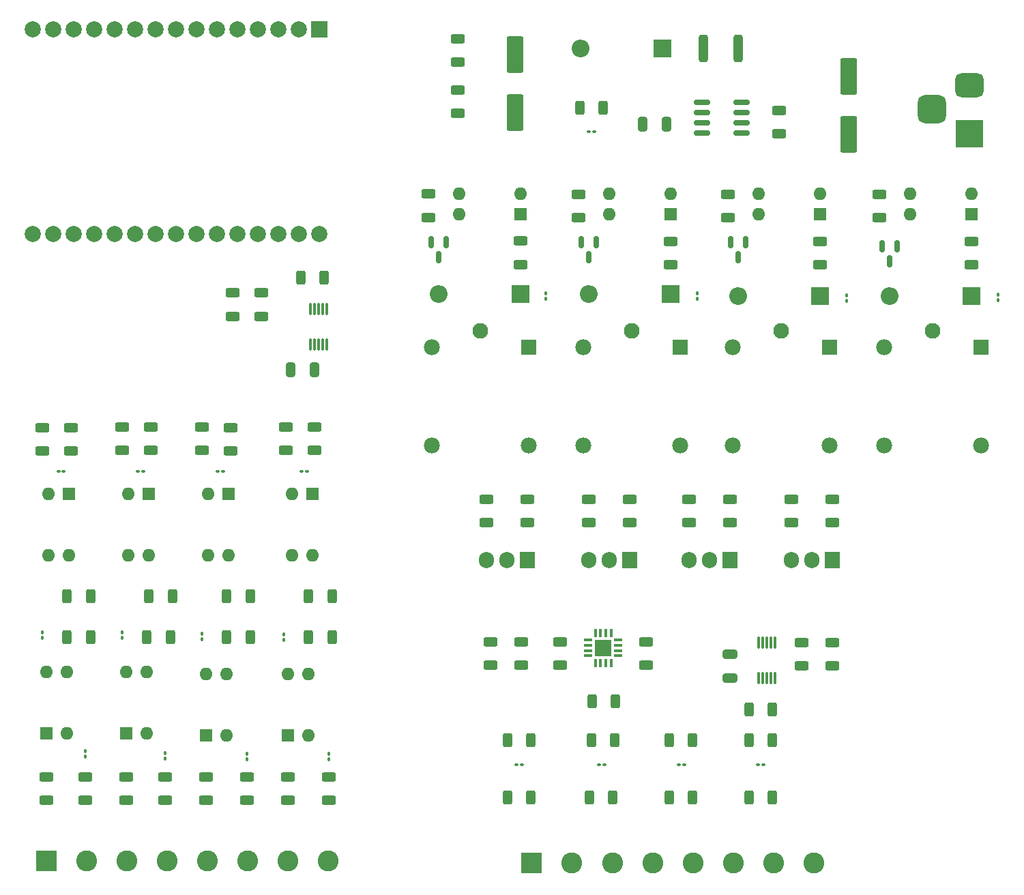
<source format=gts>
%TF.GenerationSoftware,KiCad,Pcbnew,(6.0.9)*%
%TF.CreationDate,2022-12-14T18:51:29-08:00*%
%TF.ProjectId,halloween vending machine,68616c6c-6f77-4656-956e-2076656e6469,rev?*%
%TF.SameCoordinates,Original*%
%TF.FileFunction,Soldermask,Top*%
%TF.FilePolarity,Negative*%
%FSLAX46Y46*%
G04 Gerber Fmt 4.6, Leading zero omitted, Abs format (unit mm)*
G04 Created by KiCad (PCBNEW (6.0.9)) date 2022-12-14 18:51:29*
%MOMM*%
%LPD*%
G01*
G04 APERTURE LIST*
G04 Aperture macros list*
%AMRoundRect*
0 Rectangle with rounded corners*
0 $1 Rounding radius*
0 $2 $3 $4 $5 $6 $7 $8 $9 X,Y pos of 4 corners*
0 Add a 4 corners polygon primitive as box body*
4,1,4,$2,$3,$4,$5,$6,$7,$8,$9,$2,$3,0*
0 Add four circle primitives for the rounded corners*
1,1,$1+$1,$2,$3*
1,1,$1+$1,$4,$5*
1,1,$1+$1,$6,$7*
1,1,$1+$1,$8,$9*
0 Add four rect primitives between the rounded corners*
20,1,$1+$1,$2,$3,$4,$5,0*
20,1,$1+$1,$4,$5,$6,$7,0*
20,1,$1+$1,$6,$7,$8,$9,0*
20,1,$1+$1,$8,$9,$2,$3,0*%
G04 Aperture macros list end*
%ADD10R,1.980000X1.980000*%
%ADD11C,1.935000*%
%ADD12C,1.980000*%
%ADD13R,2.600000X2.600000*%
%ADD14C,2.600000*%
%ADD15RoundRect,0.250000X-0.625000X0.312500X-0.625000X-0.312500X0.625000X-0.312500X0.625000X0.312500X0*%
%ADD16RoundRect,0.100000X0.130000X0.100000X-0.130000X0.100000X-0.130000X-0.100000X0.130000X-0.100000X0*%
%ADD17RoundRect,0.250000X-0.312500X-0.625000X0.312500X-0.625000X0.312500X0.625000X-0.312500X0.625000X0*%
%ADD18RoundRect,0.100000X0.100000X-0.130000X0.100000X0.130000X-0.100000X0.130000X-0.100000X-0.130000X0*%
%ADD19RoundRect,0.250000X0.650000X-0.325000X0.650000X0.325000X-0.650000X0.325000X-0.650000X-0.325000X0*%
%ADD20R,1.600000X1.600000*%
%ADD21O,1.600000X1.600000*%
%ADD22RoundRect,0.250000X0.625000X-0.312500X0.625000X0.312500X-0.625000X0.312500X-0.625000X-0.312500X0*%
%ADD23RoundRect,0.075000X0.075000X-0.650000X0.075000X0.650000X-0.075000X0.650000X-0.075000X-0.650000X0*%
%ADD24RoundRect,0.150000X-0.150000X0.587500X-0.150000X-0.587500X0.150000X-0.587500X0.150000X0.587500X0*%
%ADD25RoundRect,0.087500X0.425000X0.087500X-0.425000X0.087500X-0.425000X-0.087500X0.425000X-0.087500X0*%
%ADD26RoundRect,0.087500X0.087500X0.425000X-0.087500X0.425000X-0.087500X-0.425000X0.087500X-0.425000X0*%
%ADD27R,2.100000X2.100000*%
%ADD28R,2.200000X2.200000*%
%ADD29O,2.200000X2.200000*%
%ADD30RoundRect,0.100000X-0.100000X0.130000X-0.100000X-0.130000X0.100000X-0.130000X0.100000X0.130000X0*%
%ADD31RoundRect,0.150000X-0.825000X-0.150000X0.825000X-0.150000X0.825000X0.150000X-0.825000X0.150000X0*%
%ADD32RoundRect,0.250000X0.312500X0.625000X-0.312500X0.625000X-0.312500X-0.625000X0.312500X-0.625000X0*%
%ADD33RoundRect,0.250001X0.799999X-1.999999X0.799999X1.999999X-0.799999X1.999999X-0.799999X-1.999999X0*%
%ADD34RoundRect,0.250000X0.325000X0.650000X-0.325000X0.650000X-0.325000X-0.650000X0.325000X-0.650000X0*%
%ADD35R,2.000000X2.000000*%
%ADD36C,2.000000*%
%ADD37RoundRect,0.100000X-0.130000X-0.100000X0.130000X-0.100000X0.130000X0.100000X-0.130000X0.100000X0*%
%ADD38R,1.905000X2.000000*%
%ADD39O,1.905000X2.000000*%
%ADD40RoundRect,0.250000X-0.312500X-1.450000X0.312500X-1.450000X0.312500X1.450000X-0.312500X1.450000X0*%
%ADD41R,3.500000X3.500000*%
%ADD42RoundRect,0.750000X-1.000000X0.750000X-1.000000X-0.750000X1.000000X-0.750000X1.000000X0.750000X0*%
%ADD43RoundRect,0.875000X-0.875000X0.875000X-0.875000X-0.875000X0.875000X-0.875000X0.875000X0.875000X0*%
%ADD44RoundRect,0.075000X-0.075000X0.650000X-0.075000X-0.650000X0.075000X-0.650000X0.075000X0.650000X0*%
G04 APERTURE END LIST*
D10*
%TO.C,K4*%
X144176000Y-61210000D03*
D11*
X138176000Y-59210000D03*
D12*
X132176000Y-61210000D03*
X132176000Y-73410000D03*
X144176000Y-73410000D03*
%TD*%
D10*
%TO.C,K3*%
X125380000Y-61210000D03*
D11*
X119380000Y-59210000D03*
D12*
X113380000Y-61210000D03*
X113380000Y-73410000D03*
X125380000Y-73410000D03*
%TD*%
D10*
%TO.C,K2*%
X106838000Y-61210000D03*
D11*
X100838000Y-59210000D03*
D12*
X94838000Y-61210000D03*
X94838000Y-73410000D03*
X106838000Y-73410000D03*
%TD*%
D10*
%TO.C,K1*%
X88042000Y-61210000D03*
D11*
X82042000Y-59210000D03*
D12*
X76042000Y-61210000D03*
X76042000Y-73410000D03*
X88042000Y-73410000D03*
%TD*%
D13*
%TO.C,J2*%
X28180000Y-124968000D03*
D14*
X33180000Y-124968000D03*
X38180000Y-124968000D03*
X43180000Y-124968000D03*
X48180000Y-124968000D03*
X53180000Y-124968000D03*
X58180000Y-124968000D03*
X63180000Y-124968000D03*
%TD*%
D15*
%TO.C,R24*%
X87026000Y-48063500D03*
X87026000Y-50988500D03*
%TD*%
D16*
%TO.C,D19*%
X97414000Y-113030000D03*
X96774000Y-113030000D03*
%TD*%
D17*
%TO.C,R21*%
X40915500Y-92151000D03*
X43840500Y-92151000D03*
%TD*%
D18*
%TO.C,D13*%
X127508000Y-55466000D03*
X127508000Y-54826000D03*
%TD*%
D19*
%TO.C,C4*%
X113030000Y-102313000D03*
X113030000Y-99363000D03*
%TD*%
D20*
%TO.C,U5*%
X28149000Y-109159000D03*
D21*
X30689000Y-109159000D03*
X30689000Y-101539000D03*
X28149000Y-101539000D03*
%TD*%
D22*
%TO.C,R50*%
X47458000Y-74055500D03*
X47458000Y-71130500D03*
%TD*%
D23*
%TO.C,U17*%
X60976000Y-60874000D03*
X61476000Y-60874000D03*
X61976000Y-60874000D03*
X62476000Y-60874000D03*
X62976000Y-60874000D03*
X62976000Y-56474000D03*
X62476000Y-56474000D03*
X61976000Y-56474000D03*
X61476000Y-56474000D03*
X60976000Y-56474000D03*
%TD*%
D13*
%TO.C,J3*%
X88418000Y-125273000D03*
D14*
X93418000Y-125273000D03*
X98418000Y-125273000D03*
X103418000Y-125273000D03*
X108418000Y-125273000D03*
X113418000Y-125273000D03*
X118418000Y-125273000D03*
X123418000Y-125273000D03*
%TD*%
D16*
%TO.C,D18*%
X87188000Y-113030000D03*
X86548000Y-113030000D03*
%TD*%
D17*
%TO.C,R17*%
X40661500Y-97231000D03*
X43586500Y-97231000D03*
%TD*%
D20*
%TO.C,U12*%
X142992000Y-44709000D03*
D21*
X142992000Y-42169000D03*
X135372000Y-42169000D03*
X135372000Y-44709000D03*
%TD*%
D24*
%TO.C,Q1*%
X77816000Y-48159000D03*
X75916000Y-48159000D03*
X76866000Y-50034000D03*
%TD*%
D15*
%TO.C,R27*%
X124206000Y-48095500D03*
X124206000Y-51020500D03*
%TD*%
D17*
%TO.C,R18*%
X50567500Y-97231000D03*
X53492500Y-97231000D03*
%TD*%
D18*
%TO.C,D10*%
X90170000Y-55180000D03*
X90170000Y-54540000D03*
%TD*%
D15*
%TO.C,R31*%
X131572000Y-42225500D03*
X131572000Y-45150500D03*
%TD*%
D17*
%TO.C,R20*%
X30755500Y-92151000D03*
X33680500Y-92151000D03*
%TD*%
D25*
%TO.C,U3*%
X99144500Y-99527000D03*
X99144500Y-98877000D03*
X99144500Y-98227000D03*
X99144500Y-97577000D03*
D26*
X98257000Y-96689500D03*
X97607000Y-96689500D03*
X96957000Y-96689500D03*
X96307000Y-96689500D03*
D25*
X95419500Y-97577000D03*
X95419500Y-98227000D03*
X95419500Y-98877000D03*
X95419500Y-99527000D03*
D26*
X96307000Y-100414500D03*
X96957000Y-100414500D03*
X97607000Y-100414500D03*
X98257000Y-100414500D03*
D27*
X97282000Y-98552000D03*
%TD*%
D28*
%TO.C,D15*%
X105664000Y-54610000D03*
D29*
X95504000Y-54610000D03*
%TD*%
D30*
%TO.C,D6*%
X27646000Y-96657000D03*
X27646000Y-97297000D03*
%TD*%
D31*
%TO.C,U2*%
X109539000Y-30861000D03*
X109539000Y-32131000D03*
X109539000Y-33401000D03*
X109539000Y-34671000D03*
X114489000Y-34671000D03*
X114489000Y-33401000D03*
X114489000Y-32131000D03*
X114489000Y-30861000D03*
%TD*%
D32*
%TO.C,R44*%
X108396500Y-109982000D03*
X105471500Y-109982000D03*
%TD*%
D33*
%TO.C,C3*%
X86360000Y-32092000D03*
X86360000Y-24892000D03*
%TD*%
D22*
%TO.C,R51*%
X57872000Y-74055500D03*
X57872000Y-71130500D03*
%TD*%
D30*
%TO.C,D8*%
X47458000Y-96820000D03*
X47458000Y-97460000D03*
%TD*%
D16*
%TO.C,D23*%
X40198000Y-76657000D03*
X39558000Y-76657000D03*
%TD*%
D22*
%TO.C,R8*%
X28154000Y-117489500D03*
X28154000Y-114564500D03*
%TD*%
%TO.C,R5*%
X91948000Y-100715000D03*
X91948000Y-97790000D03*
%TD*%
%TO.C,R13*%
X53046000Y-117489500D03*
X53046000Y-114564500D03*
%TD*%
D15*
%TO.C,R26*%
X105664000Y-48067500D03*
X105664000Y-50992500D03*
%TD*%
D22*
%TO.C,R59*%
X51308000Y-57404000D03*
X51308000Y-54479000D03*
%TD*%
D15*
%TO.C,R30*%
X112776000Y-42253500D03*
X112776000Y-45178500D03*
%TD*%
D20*
%TO.C,U13*%
X30953000Y-79461000D03*
D21*
X28413000Y-79461000D03*
X28413000Y-87081000D03*
X30953000Y-87081000D03*
%TD*%
D30*
%TO.C,D4*%
X53046000Y-111734000D03*
X53046000Y-112374000D03*
%TD*%
D22*
%TO.C,R12*%
X47966000Y-117489500D03*
X47966000Y-114564500D03*
%TD*%
D17*
%TO.C,R23*%
X60727500Y-92151000D03*
X63652500Y-92151000D03*
%TD*%
D30*
%TO.C,D7*%
X37552000Y-96657000D03*
X37552000Y-97297000D03*
%TD*%
D15*
%TO.C,R35*%
X100584000Y-80071500D03*
X100584000Y-82996500D03*
%TD*%
D32*
%TO.C,R42*%
X98744500Y-109982000D03*
X95819500Y-109982000D03*
%TD*%
D15*
%TO.C,R33*%
X125730000Y-80071500D03*
X125730000Y-82996500D03*
%TD*%
D18*
%TO.C,D14*%
X146304000Y-55372000D03*
X146304000Y-54732000D03*
%TD*%
D22*
%TO.C,R60*%
X125730000Y-100776500D03*
X125730000Y-97851500D03*
%TD*%
D32*
%TO.C,R46*%
X118302500Y-109982000D03*
X115377500Y-109982000D03*
%TD*%
D30*
%TO.C,D2*%
X32980000Y-111389000D03*
X32980000Y-112029000D03*
%TD*%
D15*
%TO.C,R2*%
X79248000Y-22921500D03*
X79248000Y-25846500D03*
%TD*%
D30*
%TO.C,D9*%
X57618000Y-96911000D03*
X57618000Y-97551000D03*
%TD*%
D16*
%TO.C,D25*%
X60518000Y-76657000D03*
X59878000Y-76657000D03*
%TD*%
D34*
%TO.C,C5*%
X61419000Y-64008000D03*
X58469000Y-64008000D03*
%TD*%
D22*
%TO.C,R39*%
X95504000Y-82996500D03*
X95504000Y-80071500D03*
%TD*%
%TO.C,R49*%
X37552000Y-74055500D03*
X37552000Y-71130500D03*
%TD*%
D32*
%TO.C,R57*%
X118302500Y-106172000D03*
X115377500Y-106172000D03*
%TD*%
D22*
%TO.C,R11*%
X42886000Y-117489500D03*
X42886000Y-114564500D03*
%TD*%
D30*
%TO.C,D3*%
X42886000Y-111643000D03*
X42886000Y-112283000D03*
%TD*%
D35*
%TO.C,U1*%
X62015000Y-21800000D03*
D36*
X59475000Y-21800000D03*
X56935000Y-21800000D03*
X54395000Y-21800000D03*
X51855000Y-21800000D03*
X49315000Y-21800000D03*
X46775000Y-21800000D03*
X44235000Y-21800000D03*
X41695000Y-21800000D03*
X39155000Y-21800000D03*
X36615000Y-21800000D03*
X34075000Y-21800000D03*
X31535000Y-21800000D03*
X28995000Y-21800000D03*
X26455000Y-21800000D03*
X26455000Y-47200000D03*
X28995000Y-47200000D03*
X31535000Y-47200000D03*
X34075000Y-47200000D03*
X36615000Y-47200000D03*
X39155000Y-47200000D03*
X41695000Y-47200000D03*
X44235000Y-47200000D03*
X46775000Y-47200000D03*
X49315000Y-47200000D03*
X51855000Y-47200000D03*
X54395000Y-47200000D03*
X56935000Y-47200000D03*
X59475000Y-47200000D03*
X62015000Y-47200000D03*
%TD*%
D32*
%TO.C,R43*%
X98490500Y-117094000D03*
X95565500Y-117094000D03*
%TD*%
D17*
%TO.C,R19*%
X60727500Y-97231000D03*
X63652500Y-97231000D03*
%TD*%
D22*
%TO.C,R62*%
X54864000Y-57404000D03*
X54864000Y-54479000D03*
%TD*%
D15*
%TO.C,R25*%
X75596000Y-42221500D03*
X75596000Y-45146500D03*
%TD*%
D37*
%TO.C,D26*%
X95525000Y-34500000D03*
X96165000Y-34500000D03*
%TD*%
D28*
%TO.C,D17*%
X143002000Y-54892000D03*
D29*
X132842000Y-54892000D03*
%TD*%
D32*
%TO.C,R40*%
X88330500Y-109982000D03*
X85405500Y-109982000D03*
%TD*%
D22*
%TO.C,R6*%
X87122000Y-100715000D03*
X87122000Y-97790000D03*
%TD*%
D30*
%TO.C,D5*%
X63206000Y-111734000D03*
X63206000Y-112374000D03*
%TD*%
D20*
%TO.C,U7*%
X47961000Y-109413000D03*
D21*
X50501000Y-109413000D03*
X50501000Y-101793000D03*
X47961000Y-101793000D03*
%TD*%
D20*
%TO.C,U11*%
X124196000Y-44737000D03*
D21*
X124196000Y-42197000D03*
X116576000Y-42197000D03*
X116576000Y-44737000D03*
%TD*%
D16*
%TO.C,D22*%
X30333000Y-76667000D03*
X29693000Y-76667000D03*
%TD*%
D32*
%TO.C,R41*%
X88330500Y-117094000D03*
X85405500Y-117094000D03*
%TD*%
D17*
%TO.C,R63*%
X94382500Y-31480000D03*
X97307500Y-31480000D03*
%TD*%
%TO.C,R56*%
X95881000Y-105156000D03*
X98806000Y-105156000D03*
%TD*%
D24*
%TO.C,Q3*%
X114996000Y-48163000D03*
X113096000Y-48163000D03*
X114046000Y-50038000D03*
%TD*%
D16*
%TO.C,D24*%
X50104000Y-76657000D03*
X49464000Y-76657000D03*
%TD*%
D38*
%TO.C,Q5*%
X113030000Y-87630000D03*
D39*
X110490000Y-87630000D03*
X107950000Y-87630000D03*
%TD*%
D15*
%TO.C,R32*%
X113030000Y-80071500D03*
X113030000Y-82996500D03*
%TD*%
D24*
%TO.C,Q4*%
X133792000Y-48699000D03*
X131892000Y-48699000D03*
X132842000Y-50574000D03*
%TD*%
D15*
%TO.C,R29*%
X94234000Y-42225500D03*
X94234000Y-45150500D03*
%TD*%
%TO.C,R34*%
X87884000Y-80071500D03*
X87884000Y-82996500D03*
%TD*%
D40*
%TO.C,L1*%
X109728000Y-24130000D03*
X114003000Y-24130000D03*
%TD*%
D20*
%TO.C,U10*%
X105654000Y-44709000D03*
D21*
X105654000Y-42169000D03*
X98034000Y-42169000D03*
X98034000Y-44709000D03*
%TD*%
D18*
%TO.C,D12*%
X108966000Y-55184000D03*
X108966000Y-54544000D03*
%TD*%
D15*
%TO.C,R7*%
X102616000Y-97790000D03*
X102616000Y-100715000D03*
%TD*%
D22*
%TO.C,R48*%
X27646000Y-74117000D03*
X27646000Y-71192000D03*
%TD*%
D20*
%TO.C,U6*%
X38055000Y-109159000D03*
D21*
X40595000Y-109159000D03*
X40595000Y-101539000D03*
X38055000Y-101539000D03*
%TD*%
D28*
%TO.C,D1*%
X104648000Y-24130000D03*
D29*
X94488000Y-24130000D03*
%TD*%
D34*
%TO.C,C2*%
X105107000Y-33528000D03*
X102157000Y-33528000D03*
%TD*%
D20*
%TO.C,U9*%
X87026000Y-44700000D03*
D21*
X87026000Y-42160000D03*
X79406000Y-42160000D03*
X79406000Y-44700000D03*
%TD*%
D22*
%TO.C,R38*%
X82804000Y-82996500D03*
X82804000Y-80071500D03*
%TD*%
D15*
%TO.C,R28*%
X143002000Y-48067500D03*
X143002000Y-50992500D03*
%TD*%
D16*
%TO.C,D21*%
X117160000Y-113030000D03*
X116520000Y-113030000D03*
%TD*%
D22*
%TO.C,R52*%
X31202000Y-74117000D03*
X31202000Y-71192000D03*
%TD*%
D32*
%TO.C,R45*%
X108396500Y-117094000D03*
X105471500Y-117094000D03*
%TD*%
D20*
%TO.C,U8*%
X58121000Y-109413000D03*
D21*
X60661000Y-109413000D03*
X60661000Y-101793000D03*
X58121000Y-101793000D03*
%TD*%
D16*
%TO.C,D20*%
X107320000Y-113030000D03*
X106680000Y-113030000D03*
%TD*%
D28*
%TO.C,D11*%
X87026000Y-54606000D03*
D29*
X76866000Y-54606000D03*
%TD*%
D22*
%TO.C,R54*%
X51014000Y-74117000D03*
X51014000Y-71192000D03*
%TD*%
D41*
%TO.C,J1*%
X142748000Y-34702000D03*
D42*
X142748000Y-28702000D03*
D43*
X138048000Y-31702000D03*
%TD*%
D22*
%TO.C,R61*%
X121920000Y-100776500D03*
X121920000Y-97851500D03*
%TD*%
%TO.C,R36*%
X107950000Y-82996500D03*
X107950000Y-80071500D03*
%TD*%
D20*
%TO.C,U15*%
X50765000Y-79461000D03*
D21*
X48225000Y-79461000D03*
X48225000Y-87081000D03*
X50765000Y-87081000D03*
%TD*%
D22*
%TO.C,R37*%
X120650000Y-82996500D03*
X120650000Y-80071500D03*
%TD*%
D32*
%TO.C,R58*%
X62676500Y-52578000D03*
X59751500Y-52578000D03*
%TD*%
D38*
%TO.C,Q7*%
X87884000Y-87630000D03*
D39*
X85344000Y-87630000D03*
X82804000Y-87630000D03*
%TD*%
D33*
%TO.C,C1*%
X127762000Y-34842000D03*
X127762000Y-27642000D03*
%TD*%
D22*
%TO.C,R55*%
X61428000Y-74055500D03*
X61428000Y-71130500D03*
%TD*%
%TO.C,R9*%
X32980000Y-117489500D03*
X32980000Y-114564500D03*
%TD*%
D24*
%TO.C,Q2*%
X96454000Y-48163000D03*
X94554000Y-48163000D03*
X95504000Y-50038000D03*
%TD*%
D22*
%TO.C,R15*%
X63206000Y-117489500D03*
X63206000Y-114564500D03*
%TD*%
%TO.C,R1*%
X119126000Y-34736500D03*
X119126000Y-31811500D03*
%TD*%
D38*
%TO.C,Q8*%
X100584000Y-87630000D03*
D39*
X98044000Y-87630000D03*
X95504000Y-87630000D03*
%TD*%
D20*
%TO.C,U14*%
X40859000Y-79461000D03*
D21*
X38319000Y-79461000D03*
X38319000Y-87081000D03*
X40859000Y-87081000D03*
%TD*%
D44*
%TO.C,U4*%
X118602000Y-97876000D03*
X118102000Y-97876000D03*
X117602000Y-97876000D03*
X117102000Y-97876000D03*
X116602000Y-97876000D03*
X116602000Y-102276000D03*
X117102000Y-102276000D03*
X117602000Y-102276000D03*
X118102000Y-102276000D03*
X118602000Y-102276000D03*
%TD*%
D17*
%TO.C,R16*%
X30755500Y-97231000D03*
X33680500Y-97231000D03*
%TD*%
D15*
%TO.C,R3*%
X79248000Y-29271500D03*
X79248000Y-32196500D03*
%TD*%
D22*
%TO.C,R4*%
X83312000Y-100715000D03*
X83312000Y-97790000D03*
%TD*%
D17*
%TO.C,R22*%
X50567500Y-92151000D03*
X53492500Y-92151000D03*
%TD*%
D32*
%TO.C,R47*%
X118302500Y-117094000D03*
X115377500Y-117094000D03*
%TD*%
D22*
%TO.C,R10*%
X38060000Y-117489500D03*
X38060000Y-114564500D03*
%TD*%
%TO.C,R53*%
X41108000Y-74055500D03*
X41108000Y-71130500D03*
%TD*%
%TO.C,R14*%
X58126000Y-117489500D03*
X58126000Y-114564500D03*
%TD*%
D28*
%TO.C,D16*%
X124206000Y-54864000D03*
D29*
X114046000Y-54864000D03*
%TD*%
D20*
%TO.C,U16*%
X61179000Y-79461000D03*
D21*
X58639000Y-79461000D03*
X58639000Y-87081000D03*
X61179000Y-87081000D03*
%TD*%
D38*
%TO.C,Q6*%
X125730000Y-87630000D03*
D39*
X123190000Y-87630000D03*
X120650000Y-87630000D03*
%TD*%
M02*

</source>
